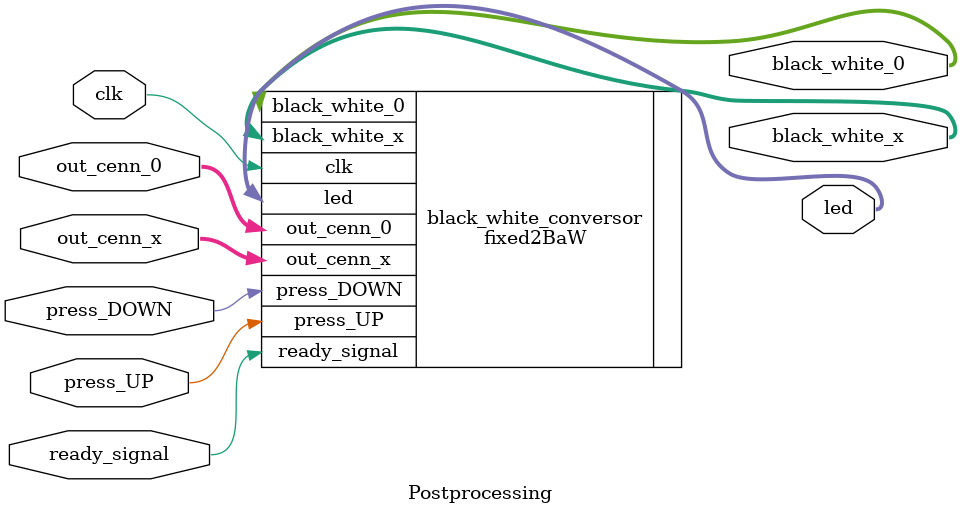
<source format=sv>
module Postprocessing (input logic clk, press_DOWN, press_UP, ready_signal,
                       input logic [width_fixed-1:0] out_cenn_0, out_cenn_x,
                       output logic [4:0] led,
                       output logic [width_RGB-1:0] black_white_0, black_white_x);
                       
    parameter width_fixed = 15;
    parameter width_RGB = 8;
                       
    fixed2BaW black_white_conversor (.clk, .press_DOWN, .press_UP, .ready_signal, .out_cenn_0, .out_cenn_x,
                                     .led, .black_white_0, .black_white_x);
                                     
    defparam black_white_conversor.width_fixed=width_fixed;
    defparam black_white_conversor.width_BaW=width_RGB;
    
endmodule
</source>
